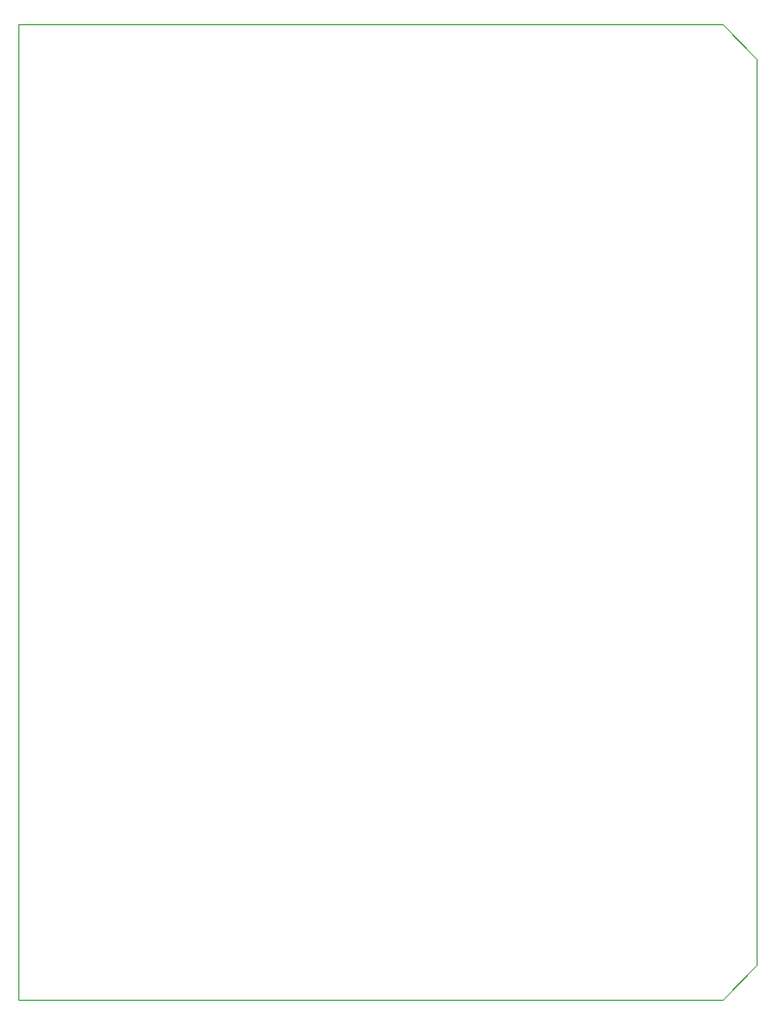
<source format=gbr>
G04 #@! TF.GenerationSoftware,KiCad,Pcbnew,(5.1.5)-3*
G04 #@! TF.CreationDate,2020-05-03T19:08:43+01:00*
G04 #@! TF.ProjectId,Isolator CAN SMT v2,49736f6c-6174-46f7-9220-43414e20534d,rev?*
G04 #@! TF.SameCoordinates,Original*
G04 #@! TF.FileFunction,Profile,NP*
%FSLAX46Y46*%
G04 Gerber Fmt 4.6, Leading zero omitted, Abs format (unit mm)*
G04 Created by KiCad (PCBNEW (5.1.5)-3) date 2020-05-03 19:08:43*
%MOMM*%
%LPD*%
G04 APERTURE LIST*
%ADD10C,0.050000*%
G04 APERTURE END LIST*
D10*
X161500000Y-142550000D02*
X164500000Y-139550000D01*
X164500000Y-60450000D02*
X164500000Y-139550000D01*
X100000000Y-142550000D02*
X100000000Y-57450000D01*
X161500000Y-142550000D02*
X100000000Y-142550000D01*
X161500000Y-57450000D02*
X164500000Y-60450000D01*
X100000000Y-57450000D02*
X161500000Y-57450000D01*
M02*

</source>
